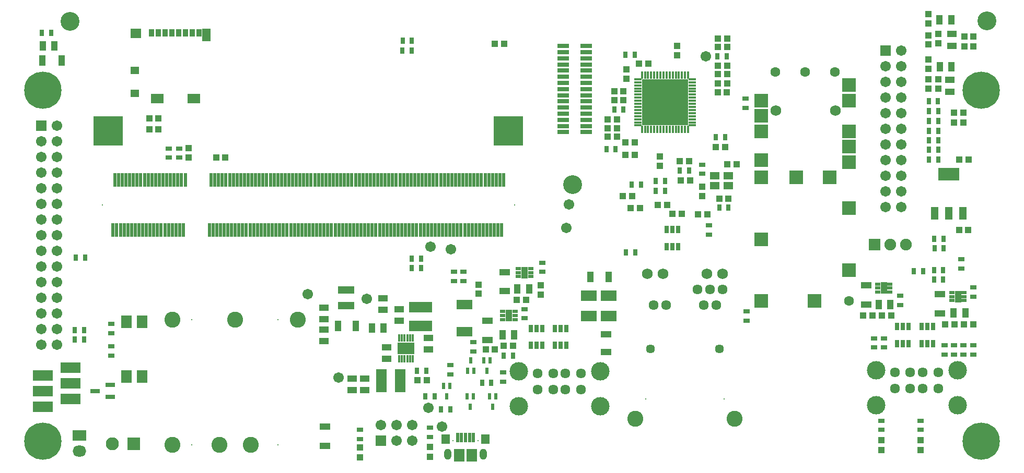
<source format=gts>
G04 Layer_Color=8388736*
%FSAX25Y25*%
%MOIN*%
G70*
G01*
G75*
%ADD146C,0.12000*%
%ADD147R,0.03753X0.01981*%
%ADD148R,0.04068X0.07296*%
%ADD149R,0.04343X0.05918*%
%ADD150R,0.05918X0.04343*%
%ADD151R,0.03950X0.03950*%
%ADD152R,0.03950X0.03950*%
%ADD153R,0.07099X0.04343*%
%ADD154R,0.18517X0.18910*%
%ADD155R,0.02178X0.08674*%
%ADD156R,0.07296X0.03162*%
%ADD157R,0.12611X0.06706*%
%ADD158R,0.14973X0.06706*%
%ADD159R,0.02375X0.04147*%
%ADD160R,0.03162X0.04343*%
%ADD161R,0.04343X0.03162*%
%ADD162C,0.06706*%
%ADD163R,0.01784X0.04737*%
%ADD164R,0.10642X0.07493*%
%ADD165R,0.04737X0.08083*%
%ADD166R,0.13398X0.08083*%
%ADD167R,0.01981X0.06115*%
%ADD168R,0.06312X0.05131*%
%ADD169R,0.01784X0.04540*%
%ADD170R,0.29540X0.29540*%
%ADD171R,0.04540X0.01784*%
%ADD172R,0.06706X0.14973*%
%ADD173R,0.04343X0.07099*%
%ADD174R,0.08280X0.06115*%
%ADD175R,0.05406X0.07887*%
%ADD176R,0.03753X0.05131*%
%ADD177R,0.06902X0.06115*%
%ADD178R,0.05524X0.04737*%
%ADD179R,0.07099X0.08083*%
%ADD180R,0.06312X0.03162*%
%ADD181R,0.02572X0.05131*%
%ADD182R,0.03162X0.04737*%
%ADD183R,0.10446X0.06902*%
%ADD184R,0.05524X0.06312*%
%ADD185R,0.06902X0.08280*%
%ADD186R,0.01969X0.05906*%
%ADD187R,0.00800X0.00800*%
%ADD188C,0.23819*%
%ADD189R,0.06706X0.06706*%
%ADD190R,0.06706X0.06706*%
%ADD191C,0.06312*%
%ADD192R,0.08674X0.08674*%
%ADD193C,0.06902*%
%ADD194C,0.00800*%
%ADD195C,0.05721*%
%ADD196C,0.10249*%
%ADD197C,0.06343*%
%ADD198C,0.06824*%
%ADD199R,0.08674X0.07099*%
%ADD200O,0.08674X0.07099*%
%ADD201R,0.08280X0.08280*%
%ADD202C,0.08280*%
%ADD203C,0.11824*%
%ADD204C,0.07493*%
%ADD205R,0.07493X0.07493*%
%ADD206O,0.04737X0.07099*%
%ADD207C,0.02769*%
D146*
X0617571Y0389898D02*
D03*
X0938240Y0285370D02*
D03*
X1202498Y0390045D02*
D03*
D147*
X0901291Y0199248D02*
D03*
Y0201807D02*
D03*
Y0204366D02*
D03*
X0893496Y0199248D02*
D03*
Y0201807D02*
D03*
Y0204366D02*
D03*
X0911331Y0226610D02*
D03*
Y0229169D02*
D03*
Y0231728D02*
D03*
X0903535Y0226610D02*
D03*
Y0229169D02*
D03*
Y0231728D02*
D03*
X1187906Y0211354D02*
D03*
Y0213913D02*
D03*
Y0216472D02*
D03*
X1180110Y0211354D02*
D03*
Y0213913D02*
D03*
Y0216472D02*
D03*
X1140563Y0216768D02*
D03*
Y0219327D02*
D03*
Y0221886D02*
D03*
X1132768Y0216768D02*
D03*
Y0219327D02*
D03*
Y0221886D02*
D03*
D148*
X0897394Y0201807D02*
D03*
X0907433Y0229169D02*
D03*
X1184008Y0213913D02*
D03*
X1136665Y0219327D02*
D03*
D149*
X0810008Y0193795D02*
D03*
X0817488D02*
D03*
X1179776Y0360862D02*
D03*
X1172295D02*
D03*
X1179677Y0390783D02*
D03*
X1172197D02*
D03*
X0607531Y0374150D02*
D03*
X0600051D02*
D03*
X0900937Y0189406D02*
D03*
X0893457D02*
D03*
X0910386Y0218736D02*
D03*
X0902905D02*
D03*
X1188634Y0203480D02*
D03*
X1181153D02*
D03*
X1140799Y0208697D02*
D03*
X1133319D02*
D03*
D150*
X0805498Y0154055D02*
D03*
Y0161535D02*
D03*
X0797498Y0154055D02*
D03*
Y0161535D02*
D03*
X0827498Y0205785D02*
D03*
Y0198305D02*
D03*
X0845998Y0187535D02*
D03*
Y0180055D02*
D03*
X0819498Y0174055D02*
D03*
Y0181535D02*
D03*
X0816998Y0212785D02*
D03*
Y0205305D02*
D03*
X0779498Y0199305D02*
D03*
Y0206785D02*
D03*
Y0192785D02*
D03*
Y0185305D02*
D03*
X1178890Y0344819D02*
D03*
Y0352299D02*
D03*
X1180169Y0374150D02*
D03*
Y0381630D02*
D03*
D151*
X0844951Y0160545D02*
D03*
X0839045D02*
D03*
X0716587Y0302791D02*
D03*
X0710681D02*
D03*
X1184697Y0256433D02*
D03*
X1190602D02*
D03*
X1190799Y0301512D02*
D03*
X1184894D02*
D03*
X0894441Y0375429D02*
D03*
X0888535D02*
D03*
X1007728Y0266866D02*
D03*
X1001823D02*
D03*
X1018161Y0266276D02*
D03*
X1024067D02*
D03*
X0980957Y0270311D02*
D03*
X0975051D02*
D03*
X0992472Y0272476D02*
D03*
X0998378D02*
D03*
X1031626Y0276551D02*
D03*
X1037531D02*
D03*
X1007126Y0288051D02*
D03*
X1013031D02*
D03*
X0970130Y0278087D02*
D03*
X0976035D02*
D03*
X0980376Y0362801D02*
D03*
X0986281D02*
D03*
X0964626Y0339551D02*
D03*
X0970531D02*
D03*
X0960376Y0327051D02*
D03*
X0966282D02*
D03*
X0971876Y0312551D02*
D03*
X0977781D02*
D03*
X0971876Y0304551D02*
D03*
X0977781D02*
D03*
X1036716Y0361551D02*
D03*
X1030811D02*
D03*
X1036665Y0350232D02*
D03*
X1030760D02*
D03*
X1036716Y0356051D02*
D03*
X1030811D02*
D03*
X1012282Y0300551D02*
D03*
X1006376D02*
D03*
X1042782Y0298551D02*
D03*
X1036876D02*
D03*
X1035484Y0309484D02*
D03*
X1029579D02*
D03*
X0960376Y0321551D02*
D03*
X0966282D02*
D03*
X1036716Y0373301D02*
D03*
X1030811D02*
D03*
X0964626Y0345051D02*
D03*
X0970531D02*
D03*
X1036716Y0378801D02*
D03*
X1030811D02*
D03*
X0894244Y0182516D02*
D03*
X0900150D02*
D03*
X1187421Y0331413D02*
D03*
X1181516D02*
D03*
X1193858Y0380018D02*
D03*
X1187953D02*
D03*
X1187421Y0325163D02*
D03*
X1181516D02*
D03*
X1193858Y0373768D02*
D03*
X1187953D02*
D03*
X1036567Y0344327D02*
D03*
X1030661D02*
D03*
X0960376Y0316051D02*
D03*
X0966282D02*
D03*
X0667965Y0320901D02*
D03*
X0673870D02*
D03*
X0667965Y0327890D02*
D03*
X0673870D02*
D03*
X0888535Y0179957D02*
D03*
X0882630D02*
D03*
X0908319Y0211748D02*
D03*
X0902413D02*
D03*
X1187945Y0196000D02*
D03*
X1193850D02*
D03*
X1181646D02*
D03*
X1175740D02*
D03*
X1123575Y0201807D02*
D03*
X1129480D02*
D03*
X1135583Y0201905D02*
D03*
X1141488D02*
D03*
D152*
X0693161Y0308598D02*
D03*
Y0302693D02*
D03*
X0972579Y0353098D02*
D03*
Y0359004D02*
D03*
X1004677Y0374051D02*
D03*
Y0368146D02*
D03*
X0993752Y0297575D02*
D03*
Y0303480D02*
D03*
X1020829Y0278098D02*
D03*
Y0284004D02*
D03*
X0878201Y0215685D02*
D03*
Y0221590D02*
D03*
X1165110Y0365390D02*
D03*
Y0359484D02*
D03*
X1165043Y0394338D02*
D03*
Y0388433D02*
D03*
X1171311Y0346787D02*
D03*
Y0352693D02*
D03*
X1171606Y0375921D02*
D03*
Y0381827D02*
D03*
X1165110Y0346787D02*
D03*
Y0352693D02*
D03*
X1165043Y0374933D02*
D03*
Y0380839D02*
D03*
X0802498Y0111146D02*
D03*
Y0117445D02*
D03*
X0846998Y0111396D02*
D03*
Y0117695D02*
D03*
X1135248Y0115896D02*
D03*
Y0122195D02*
D03*
X1159998Y0115896D02*
D03*
Y0122195D02*
D03*
X0917768Y0221000D02*
D03*
Y0215094D02*
D03*
D153*
X0780248Y0130648D02*
D03*
Y0118443D02*
D03*
X0883713Y0198264D02*
D03*
Y0186059D02*
D03*
X0894835Y0229465D02*
D03*
Y0217260D02*
D03*
X0959498Y0189754D02*
D03*
Y0178337D02*
D03*
X1172591Y0215291D02*
D03*
Y0203087D02*
D03*
X1125346Y0221000D02*
D03*
Y0208795D02*
D03*
D154*
X0641746Y0319648D02*
D03*
X0897258D02*
D03*
D155*
X0644896Y0256262D02*
D03*
X0647258D02*
D03*
X0649620D02*
D03*
X0651982D02*
D03*
X0654344D02*
D03*
X0656707D02*
D03*
X0659069D02*
D03*
X0661431D02*
D03*
X0663793D02*
D03*
X0666155D02*
D03*
X0668518D02*
D03*
X0670880D02*
D03*
X0673242D02*
D03*
X0675604D02*
D03*
X0677966D02*
D03*
X0680329D02*
D03*
X0682691D02*
D03*
X0685053D02*
D03*
X0687415D02*
D03*
X0689778D02*
D03*
X0646077Y0288545D02*
D03*
X0648439D02*
D03*
X0650801D02*
D03*
X0653163D02*
D03*
X0655526D02*
D03*
X0657888D02*
D03*
X0660250D02*
D03*
X0662612D02*
D03*
X0664974D02*
D03*
X0667337D02*
D03*
X0669699D02*
D03*
X0672061D02*
D03*
X0674423D02*
D03*
X0676785D02*
D03*
X0679148D02*
D03*
X0681510D02*
D03*
X0683872D02*
D03*
X0686234D02*
D03*
X0688596D02*
D03*
X0690959D02*
D03*
X0706313Y0256262D02*
D03*
X0708675D02*
D03*
X0711037D02*
D03*
X0713400D02*
D03*
X0715762D02*
D03*
X0718124D02*
D03*
X0720486D02*
D03*
X0722848D02*
D03*
X0725211D02*
D03*
X0727573D02*
D03*
X0729935D02*
D03*
X0732297D02*
D03*
X0734659D02*
D03*
X0737022D02*
D03*
X0739384D02*
D03*
X0741746D02*
D03*
X0744108D02*
D03*
X0746470D02*
D03*
X0748833D02*
D03*
X0751195D02*
D03*
X0753557D02*
D03*
X0755919D02*
D03*
X0758282D02*
D03*
X0760644D02*
D03*
X0763006D02*
D03*
X0765368D02*
D03*
X0767730D02*
D03*
X0770092D02*
D03*
X0772455D02*
D03*
X0774817D02*
D03*
X0777179D02*
D03*
X0779541D02*
D03*
X0781904D02*
D03*
X0784266D02*
D03*
X0786628D02*
D03*
X0788990D02*
D03*
X0791352D02*
D03*
X0793715D02*
D03*
X0796077D02*
D03*
X0798439D02*
D03*
X0800801D02*
D03*
X0803163D02*
D03*
X0805526D02*
D03*
X0807888D02*
D03*
X0810250D02*
D03*
X0812612D02*
D03*
X0814974D02*
D03*
X0817337D02*
D03*
X0819699D02*
D03*
X0822061D02*
D03*
X0824423D02*
D03*
X0826785D02*
D03*
X0829148D02*
D03*
X0836234D02*
D03*
X0838596D02*
D03*
X0840959D02*
D03*
X0843321D02*
D03*
X0850408D02*
D03*
X0857494D02*
D03*
X0859856D02*
D03*
X0862218D02*
D03*
X0864581D02*
D03*
X0866943D02*
D03*
X0869305D02*
D03*
X0871667D02*
D03*
X0874030D02*
D03*
X0876392D02*
D03*
X0878754D02*
D03*
X0881116D02*
D03*
X0883478D02*
D03*
X0885841D02*
D03*
X0888203D02*
D03*
X0890565D02*
D03*
X0892927D02*
D03*
X0707494Y0288545D02*
D03*
X0709856D02*
D03*
X0712219D02*
D03*
X0714581D02*
D03*
X0716943D02*
D03*
X0719305D02*
D03*
X0721667D02*
D03*
X0724029D02*
D03*
X0726392D02*
D03*
X0728754D02*
D03*
X0731116D02*
D03*
X0733478D02*
D03*
X0735841D02*
D03*
X0738203D02*
D03*
X0740565D02*
D03*
X0742927D02*
D03*
X0745289D02*
D03*
X0747651D02*
D03*
X0750014D02*
D03*
X0752376D02*
D03*
X0754738D02*
D03*
X0757100D02*
D03*
X0759463D02*
D03*
X0761825D02*
D03*
X0764187D02*
D03*
X0766549D02*
D03*
X0768911D02*
D03*
X0771274D02*
D03*
X0773636D02*
D03*
X0775998D02*
D03*
X0778360D02*
D03*
X0780722D02*
D03*
X0783085D02*
D03*
X0785447D02*
D03*
X0787809D02*
D03*
X0790171D02*
D03*
X0792533D02*
D03*
X0794896D02*
D03*
X0797258D02*
D03*
X0799620D02*
D03*
X0801982D02*
D03*
X0804344D02*
D03*
X0806707D02*
D03*
X0809069D02*
D03*
X0811431D02*
D03*
X0813793D02*
D03*
X0816156D02*
D03*
X0818518D02*
D03*
X0820880D02*
D03*
X0823242D02*
D03*
X0825604D02*
D03*
X0827966D02*
D03*
X0830329D02*
D03*
X0832691D02*
D03*
X0835053D02*
D03*
X0837415D02*
D03*
X0839777D02*
D03*
X0842140D02*
D03*
X0844502D02*
D03*
X0846864D02*
D03*
X0849226D02*
D03*
X0851589D02*
D03*
X0853951D02*
D03*
X0856313D02*
D03*
X0858675D02*
D03*
X0861037D02*
D03*
X0863400D02*
D03*
X0865762D02*
D03*
X0868124D02*
D03*
X0870486D02*
D03*
X0872848D02*
D03*
X0875211D02*
D03*
X0877573D02*
D03*
X0879935D02*
D03*
X0882297D02*
D03*
X0884659D02*
D03*
X0887022D02*
D03*
X0889384D02*
D03*
X0891746D02*
D03*
X0894108D02*
D03*
X0855132Y0256262D02*
D03*
X0852770D02*
D03*
X0848045D02*
D03*
X0845683D02*
D03*
X0833872D02*
D03*
X0831510D02*
D03*
D156*
X0932039Y0350429D02*
D03*
Y0346492D02*
D03*
Y0318933D02*
D03*
Y0330744D02*
D03*
Y0334681D02*
D03*
Y0338618D02*
D03*
Y0342555D02*
D03*
Y0354366D02*
D03*
Y0358303D02*
D03*
Y0362240D02*
D03*
Y0366177D02*
D03*
Y0370114D02*
D03*
Y0374051D02*
D03*
X0946705D02*
D03*
Y0370114D02*
D03*
Y0366177D02*
D03*
Y0362240D02*
D03*
Y0358303D02*
D03*
Y0354366D02*
D03*
Y0350429D02*
D03*
Y0346492D02*
D03*
Y0342555D02*
D03*
Y0338618D02*
D03*
Y0334681D02*
D03*
Y0330744D02*
D03*
Y0326807D02*
D03*
Y0322870D02*
D03*
Y0318933D02*
D03*
X0932039Y0326807D02*
D03*
Y0322870D02*
D03*
D157*
X0617669Y0148401D02*
D03*
X0599953Y0163401D02*
D03*
Y0153402D02*
D03*
Y0143402D02*
D03*
X0617669Y0168402D02*
D03*
Y0158402D02*
D03*
D158*
X0841248Y0195041D02*
D03*
Y0207049D02*
D03*
D159*
X0871114Y0166374D02*
D03*
X0875051D02*
D03*
X0873083Y0173067D02*
D03*
X0885484Y0173165D02*
D03*
X0881547D02*
D03*
X0883516Y0166472D02*
D03*
X0859717Y0156892D02*
D03*
X0855779D02*
D03*
X0857748Y0150199D02*
D03*
X0888966Y0150142D02*
D03*
X0885030D02*
D03*
X0886998Y0143449D02*
D03*
X0874854Y0150134D02*
D03*
X0870917D02*
D03*
X0872886Y0143441D02*
D03*
D160*
X0838795Y0166545D02*
D03*
X0844701D02*
D03*
X0835482Y0371069D02*
D03*
X0829577D02*
D03*
X0835530Y0377569D02*
D03*
X0829624D02*
D03*
X0841390Y0238224D02*
D03*
X0835484D02*
D03*
X0841403Y0232189D02*
D03*
X0835498D02*
D03*
X1155858Y0230252D02*
D03*
X1161764D02*
D03*
X0621114Y0238913D02*
D03*
X0627020D02*
D03*
X0626331Y0192555D02*
D03*
X0620425D02*
D03*
X0620425Y0186551D02*
D03*
X0626331D02*
D03*
X0991193Y0287831D02*
D03*
X0997098D02*
D03*
X1012282Y0294551D02*
D03*
X1006376D02*
D03*
X0975937Y0285469D02*
D03*
X0981843D02*
D03*
X0997098Y0281335D02*
D03*
X0991193D02*
D03*
X1037531Y0270801D02*
D03*
X1031626D02*
D03*
X0970579Y0333301D02*
D03*
X0964673D02*
D03*
X0972197Y0242063D02*
D03*
X0978102D02*
D03*
X0959626Y0308051D02*
D03*
X0965532D02*
D03*
X0977781Y0368551D02*
D03*
X0971876D02*
D03*
X1035484Y0315882D02*
D03*
X1029579D02*
D03*
X1030561Y0367301D02*
D03*
X1036467D02*
D03*
X0844045Y0150045D02*
D03*
X0849951D02*
D03*
X0854045Y0141795D02*
D03*
X0859951D02*
D03*
X0599461Y0382417D02*
D03*
X0605366D02*
D03*
X1165504Y0313815D02*
D03*
X1171409D02*
D03*
X1165492Y0319837D02*
D03*
X1171398D02*
D03*
X1165307Y0338618D02*
D03*
X1171213D02*
D03*
X1165492Y0332337D02*
D03*
X1171398D02*
D03*
X1174547Y0224892D02*
D03*
X1168642D02*
D03*
X1168642Y0230892D02*
D03*
X1174547D02*
D03*
X1165405Y0326118D02*
D03*
X1171311D02*
D03*
X1174854Y0244720D02*
D03*
X1168949D02*
D03*
X1168850Y0250724D02*
D03*
X1174756D02*
D03*
X1165492Y0307693D02*
D03*
X1171398D02*
D03*
X1165492Y0301587D02*
D03*
X1171398D02*
D03*
X0880366Y0158795D02*
D03*
X0886272D02*
D03*
X0894244Y0176118D02*
D03*
X0900150D02*
D03*
D161*
X0687207Y0308506D02*
D03*
Y0302600D02*
D03*
X0680419Y0308506D02*
D03*
Y0302600D02*
D03*
X0802498Y0122843D02*
D03*
Y0128748D02*
D03*
X0846998Y0124045D02*
D03*
Y0129951D02*
D03*
X0860248Y0169998D02*
D03*
Y0164093D02*
D03*
X0874658Y0178776D02*
D03*
Y0184681D02*
D03*
X1136665Y0187240D02*
D03*
Y0181335D02*
D03*
X0868555Y0229760D02*
D03*
Y0223854D02*
D03*
X0862453Y0229760D02*
D03*
Y0223854D02*
D03*
X1025051Y0259386D02*
D03*
Y0253480D02*
D03*
X1020829Y0292348D02*
D03*
Y0298254D02*
D03*
X1135248Y0134498D02*
D03*
Y0128593D02*
D03*
X1159998Y0134498D02*
D03*
Y0128593D02*
D03*
X1175346Y0176709D02*
D03*
Y0182614D02*
D03*
X1187551Y0176709D02*
D03*
Y0182614D02*
D03*
X1181449Y0176709D02*
D03*
Y0182614D02*
D03*
X1193653Y0176709D02*
D03*
Y0182614D02*
D03*
X1048969Y0198559D02*
D03*
Y0204465D02*
D03*
X1048378Y0334386D02*
D03*
Y0340291D02*
D03*
X0643850Y0196394D02*
D03*
Y0190488D02*
D03*
X0643653Y0176118D02*
D03*
Y0182024D02*
D03*
X0893752Y0165291D02*
D03*
Y0159386D02*
D03*
X0907433Y0205842D02*
D03*
Y0199937D02*
D03*
X0918653Y0235567D02*
D03*
Y0229661D02*
D03*
X1193850Y0219720D02*
D03*
Y0213815D02*
D03*
X1186075Y0231827D02*
D03*
Y0237732D02*
D03*
X1147098Y0208401D02*
D03*
Y0214307D02*
D03*
X1130563Y0187240D02*
D03*
Y0181335D02*
D03*
D162*
X0788831Y0161945D02*
D03*
X0806646Y0212535D02*
D03*
X0847591Y0245606D02*
D03*
X0860386Y0244130D02*
D03*
X0769146Y0215587D02*
D03*
X0935681Y0272772D02*
D03*
X0934106Y0257614D02*
D03*
X1023279Y0367555D02*
D03*
X0854677Y0130646D02*
D03*
X0846114Y0142850D02*
D03*
X1147886Y0271118D02*
D03*
X1137886D02*
D03*
X1147886Y0281118D02*
D03*
X1137886D02*
D03*
X1147886Y0291118D02*
D03*
X1137886D02*
D03*
X1147886Y0301118D02*
D03*
X1137886D02*
D03*
X1147886Y0311118D02*
D03*
X1137886D02*
D03*
X1147886Y0321118D02*
D03*
X1137886D02*
D03*
X1147886Y0331118D02*
D03*
X1137886D02*
D03*
X1147886Y0341118D02*
D03*
X1137886D02*
D03*
X1147886Y0351118D02*
D03*
X1137886D02*
D03*
X1147886Y0361118D02*
D03*
X1137886D02*
D03*
X1147886Y0371118D02*
D03*
X0815748Y0131795D02*
D03*
X0825748Y0121795D02*
D03*
Y0131795D02*
D03*
X0835748Y0121795D02*
D03*
Y0131795D02*
D03*
X0609264Y0322988D02*
D03*
X0599264Y0312988D02*
D03*
X0609264D02*
D03*
X0599264Y0302988D02*
D03*
X0609264D02*
D03*
X0599264Y0292988D02*
D03*
X0609264D02*
D03*
X0599264Y0282988D02*
D03*
X0609264D02*
D03*
X0599264Y0272988D02*
D03*
X0609264D02*
D03*
X0599264Y0262988D02*
D03*
X0609264D02*
D03*
X0599264Y0252988D02*
D03*
X0609264D02*
D03*
X0599264Y0242988D02*
D03*
X0609264D02*
D03*
X0599264Y0232988D02*
D03*
X0609264D02*
D03*
X0599264Y0222988D02*
D03*
X0609264D02*
D03*
X0599264Y0212988D02*
D03*
X0609264D02*
D03*
X0599264Y0202988D02*
D03*
X0609264D02*
D03*
X0599264Y0192988D02*
D03*
X0609264D02*
D03*
X0599264Y0182988D02*
D03*
X0609264D02*
D03*
D163*
X0836177Y0187488D02*
D03*
X0834406D02*
D03*
X0832634D02*
D03*
X0830862D02*
D03*
X0827319D02*
D03*
Y0174102D02*
D03*
X0829090Y0187488D02*
D03*
Y0174102D02*
D03*
X0830862D02*
D03*
X0832634D02*
D03*
X0834406D02*
D03*
X0836177D02*
D03*
D164*
X0831748Y0180795D02*
D03*
D165*
X1169047Y0266965D02*
D03*
X1178102D02*
D03*
X1187158D02*
D03*
D166*
X1178102Y0291965D02*
D03*
D167*
X0867177Y0191276D02*
D03*
X0873083Y0208795D02*
D03*
X0871114D02*
D03*
X0865209D02*
D03*
X0873083Y0191276D02*
D03*
X0871114D02*
D03*
X0869146D02*
D03*
Y0208795D02*
D03*
X0867177D02*
D03*
X0865209Y0191276D02*
D03*
D168*
X1028748Y0284651D02*
D03*
X1037409Y0290951D02*
D03*
Y0284651D02*
D03*
X1028748Y0290951D02*
D03*
D169*
X1000031Y0320827D02*
D03*
X1002000D02*
D03*
X1011843D02*
D03*
X1009874D02*
D03*
X1007905D02*
D03*
X1005937D02*
D03*
X1003969D02*
D03*
X0998063D02*
D03*
X0996094D02*
D03*
X0994126D02*
D03*
X0992157D02*
D03*
X0990189D02*
D03*
X0988220D02*
D03*
X0986252D02*
D03*
X0984283D02*
D03*
X0982315D02*
D03*
Y0355276D02*
D03*
X0984283D02*
D03*
X0986252D02*
D03*
X0988220D02*
D03*
X0990189D02*
D03*
X0992157D02*
D03*
X0994126D02*
D03*
X0996094D02*
D03*
X0998063D02*
D03*
X1000031D02*
D03*
X1002000D02*
D03*
X1003969D02*
D03*
X1005937D02*
D03*
X1007905D02*
D03*
X1009874D02*
D03*
X1011843D02*
D03*
D170*
X0997079Y0338051D02*
D03*
D171*
X0979854Y0323287D02*
D03*
Y0325256D02*
D03*
Y0327224D02*
D03*
Y0329193D02*
D03*
Y0331161D02*
D03*
Y0333130D02*
D03*
Y0335098D02*
D03*
Y0337067D02*
D03*
Y0339035D02*
D03*
Y0341004D02*
D03*
Y0342972D02*
D03*
Y0344941D02*
D03*
Y0346909D02*
D03*
Y0348878D02*
D03*
Y0350846D02*
D03*
Y0352815D02*
D03*
X1014303D02*
D03*
Y0350846D02*
D03*
Y0348878D02*
D03*
Y0346909D02*
D03*
Y0344941D02*
D03*
Y0342972D02*
D03*
Y0341004D02*
D03*
Y0339035D02*
D03*
Y0337067D02*
D03*
Y0335098D02*
D03*
Y0333130D02*
D03*
Y0331161D02*
D03*
Y0329193D02*
D03*
Y0327224D02*
D03*
Y0325256D02*
D03*
Y0323287D02*
D03*
D172*
X0828002Y0160045D02*
D03*
X0815994D02*
D03*
D173*
X0611961Y0364602D02*
D03*
X0599756D02*
D03*
X0799707Y0195045D02*
D03*
X0788289D02*
D03*
X0960957Y0226295D02*
D03*
X0949539D02*
D03*
D174*
X0696606Y0340291D02*
D03*
X0672984D02*
D03*
D175*
X0704480Y0381236D02*
D03*
D176*
X0699756Y0382417D02*
D03*
X0695425D02*
D03*
X0691094D02*
D03*
X0686764D02*
D03*
X0682433D02*
D03*
X0678102D02*
D03*
X0673772D02*
D03*
X0669441D02*
D03*
D177*
X0659598Y0382024D02*
D03*
D178*
X0658811Y0358401D02*
D03*
Y0343835D02*
D03*
D179*
X0663319Y0197673D02*
D03*
X0653319D02*
D03*
X0663319Y0162831D02*
D03*
X0653319D02*
D03*
D180*
X0633516Y0153579D02*
D03*
X0642965Y0157319D02*
D03*
Y0149838D02*
D03*
D181*
X0789909Y0207927D02*
D03*
X0792469D02*
D03*
X0795027D02*
D03*
X0797587D02*
D03*
Y0218163D02*
D03*
X0795027D02*
D03*
X0792469D02*
D03*
X0789909D02*
D03*
D182*
X0915110Y0193441D02*
D03*
Y0182614D02*
D03*
X0918850D02*
D03*
X0911370D02*
D03*
X0918850Y0193441D02*
D03*
X0911370D02*
D03*
X0930366D02*
D03*
X0926626Y0182614D02*
D03*
X0930366D02*
D03*
X0934106D02*
D03*
Y0193441D02*
D03*
X0926626D02*
D03*
X1005464Y0256630D02*
D03*
X1001724D02*
D03*
X0997984D02*
D03*
Y0245803D02*
D03*
X1001724D02*
D03*
X1005464D02*
D03*
X1168260Y0194720D02*
D03*
X1164520D02*
D03*
X1160779D02*
D03*
Y0183894D02*
D03*
X1164520D02*
D03*
X1168260D02*
D03*
X1152610Y0194720D02*
D03*
X1148870D02*
D03*
X1145130D02*
D03*
Y0183894D02*
D03*
X1148870D02*
D03*
X1152610D02*
D03*
D183*
X0960949Y0214545D02*
D03*
X0948547D02*
D03*
X0960949Y0201295D02*
D03*
X0948547D02*
D03*
D184*
X0857150Y0122770D02*
D03*
X0882346D02*
D03*
D185*
X0865713Y0112435D02*
D03*
X0873783D02*
D03*
D186*
X0864630Y0123655D02*
D03*
X0872307D02*
D03*
X0874866D02*
D03*
X0869748D02*
D03*
X0867189D02*
D03*
D187*
X0877709Y0121689D02*
D03*
X0861764D02*
D03*
D188*
X0600248Y0345705D02*
D03*
Y0121295D02*
D03*
X1198673Y0345705D02*
D03*
Y0121295D02*
D03*
D189*
X1137886Y0371118D02*
D03*
X0599264Y0322988D02*
D03*
D190*
X0815748Y0121795D02*
D03*
D191*
X1067604Y0357374D02*
D03*
X1114311Y0211165D02*
D03*
X1105404Y0357374D02*
D03*
X1086502D02*
D03*
D192*
X1114604Y0299832D02*
D03*
X1058504Y0329374D02*
D03*
Y0289974D02*
D03*
Y0250574D02*
D03*
Y0319574D02*
D03*
Y0301074D02*
D03*
Y0211174D02*
D03*
X1080904Y0289974D02*
D03*
X1102104D02*
D03*
X1114604Y0270274D02*
D03*
Y0230874D02*
D03*
X1092304Y0211174D02*
D03*
X1114604Y0309674D02*
D03*
Y0319574D02*
D03*
Y0339174D02*
D03*
Y0349074D02*
D03*
X1058504Y0339174D02*
D03*
D193*
X1067756Y0332622D02*
D03*
X1105649Y0332819D02*
D03*
D194*
X0638006Y0272404D02*
D03*
X0900998D02*
D03*
X1034748Y0148295D02*
D03*
X0984748D02*
D03*
X0750228Y0119045D02*
D03*
Y0199045D02*
D03*
X0695228Y0119045D02*
D03*
Y0199045D02*
D03*
D195*
X0987740Y0180264D02*
D03*
X1031756D02*
D03*
D196*
X1041500Y0135775D02*
D03*
X0977996D02*
D03*
X0732748Y0119045D02*
D03*
X0712748D02*
D03*
X0722748Y0199045D02*
D03*
X0682748D02*
D03*
Y0119045D02*
D03*
X0762748Y0199045D02*
D03*
D197*
X1029728Y0208295D02*
D03*
X1021736D02*
D03*
X0997760D02*
D03*
X0989768D02*
D03*
X1033724Y0218295D02*
D03*
X1025732D02*
D03*
X1017740D02*
D03*
X0915781Y0164630D02*
D03*
X0943340D02*
D03*
X0925624D02*
D03*
X0933498D02*
D03*
X0943340Y0154295D02*
D03*
X0915781D02*
D03*
X0925624D02*
D03*
X0933498D02*
D03*
X1143752Y0165488D02*
D03*
X1171311D02*
D03*
X1153594D02*
D03*
X1161469D02*
D03*
Y0155154D02*
D03*
X1153594D02*
D03*
X1171311D02*
D03*
X1143752D02*
D03*
D198*
X1033744Y0228295D02*
D03*
X1023744D02*
D03*
X0995752D02*
D03*
X0985752D02*
D03*
D199*
X0623378Y0124996D02*
D03*
D200*
Y0114996D02*
D03*
D201*
X0658278Y0119795D02*
D03*
D202*
X0644498D02*
D03*
D203*
X0955742Y0143626D02*
D03*
Y0165988D02*
D03*
X0903774Y0143626D02*
D03*
Y0165988D02*
D03*
X1183713Y0144484D02*
D03*
Y0166846D02*
D03*
X1131744Y0144484D02*
D03*
Y0166846D02*
D03*
D204*
X1150937Y0246984D02*
D03*
X1140937D02*
D03*
D205*
X1130937D02*
D03*
D206*
X0858429Y0113224D02*
D03*
X0881067D02*
D03*
D207*
X0984087Y0351043D02*
D03*
X0997079D02*
D03*
X1001409D02*
D03*
X1005740D02*
D03*
X1010071D02*
D03*
X0984087Y0346713D02*
D03*
X0988417D02*
D03*
X0992748D02*
D03*
X0997079D02*
D03*
X1001409D02*
D03*
X1005740D02*
D03*
X1010071D02*
D03*
X0984087Y0342382D02*
D03*
X0988417D02*
D03*
X0992748D02*
D03*
X0997079D02*
D03*
X1001409D02*
D03*
X1005740D02*
D03*
X1010071D02*
D03*
X0984087Y0338051D02*
D03*
X0988417D02*
D03*
X0992748D02*
D03*
X0997079D02*
D03*
X1001409D02*
D03*
X1005740D02*
D03*
X1010071D02*
D03*
X0984087Y0333720D02*
D03*
X0988417D02*
D03*
X0992748D02*
D03*
X0997079D02*
D03*
X1001409D02*
D03*
X1010071D02*
D03*
X0984087Y0329390D02*
D03*
X0988417D02*
D03*
X0992748D02*
D03*
X0997079D02*
D03*
X1001409D02*
D03*
X0984087Y0325059D02*
D03*
X0988417D02*
D03*
X0992748D02*
D03*
X0997079D02*
D03*
X1001409D02*
D03*
X1005740Y0333720D02*
D03*
Y0329390D02*
D03*
Y0325059D02*
D03*
X1010071Y0329390D02*
D03*
Y0325059D02*
D03*
X0988417Y0351043D02*
D03*
X0992748D02*
D03*
M02*

</source>
